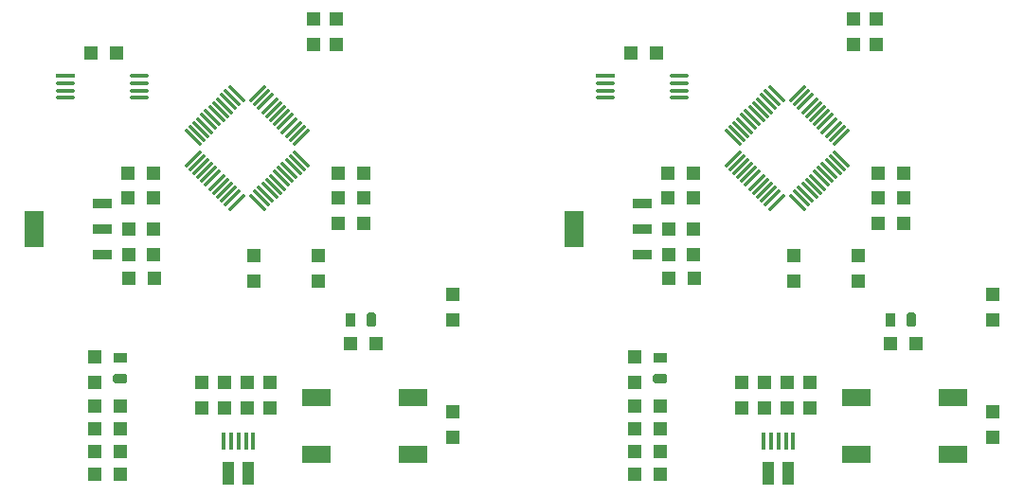
<source format=gtp>
G04*
G04 #@! TF.GenerationSoftware,Altium Limited,Altium Designer,19.0.4 (130)*
G04*
G04 Layer_Color=8421504*
%FSLAX24Y24*%
%MOIN*%
G70*
G01*
G75*
%ADD11R,0.0394X0.0787*%
%ADD12R,0.0138X0.0630*%
%ADD13R,0.0500X0.0500*%
%ADD14R,0.0500X0.0500*%
%ADD15R,0.0350X0.0500*%
G04:AMPARAMS|DCode=16|XSize=50mil|YSize=35mil|CornerRadius=0mil|HoleSize=0mil|Usage=FLASHONLY|Rotation=90.000|XOffset=0mil|YOffset=0mil|HoleType=Round|Shape=Octagon|*
%AMOCTAGOND16*
4,1,8,0.0088,0.0250,-0.0088,0.0250,-0.0175,0.0163,-0.0175,-0.0163,-0.0088,-0.0250,0.0088,-0.0250,0.0175,-0.0163,0.0175,0.0163,0.0088,0.0250,0.0*
%
%ADD16OCTAGOND16*%

%ADD17R,0.0984X0.0591*%
G04:AMPARAMS|DCode=18|XSize=11.8mil|YSize=82.7mil|CornerRadius=0mil|HoleSize=0mil|Usage=FLASHONLY|Rotation=135.000|XOffset=0mil|YOffset=0mil|HoleType=Round|Shape=Round|*
%AMOVALD18*
21,1,0.0709,0.0118,0.0000,0.0000,225.0*
1,1,0.0118,0.0251,0.0251*
1,1,0.0118,-0.0251,-0.0251*
%
%ADD18OVALD18*%

G04:AMPARAMS|DCode=19|XSize=11.8mil|YSize=82.7mil|CornerRadius=0mil|HoleSize=0mil|Usage=FLASHONLY|Rotation=225.000|XOffset=0mil|YOffset=0mil|HoleType=Round|Shape=Round|*
%AMOVALD19*
21,1,0.0709,0.0118,0.0000,0.0000,315.0*
1,1,0.0118,-0.0251,0.0251*
1,1,0.0118,0.0251,-0.0251*
%
%ADD19OVALD19*%

%ADD20O,0.0669X0.0157*%
%ADD21R,0.0669X0.0157*%
%ADD22R,0.0500X0.0350*%
G04:AMPARAMS|DCode=23|XSize=50mil|YSize=35mil|CornerRadius=0mil|HoleSize=0mil|Usage=FLASHONLY|Rotation=0.000|XOffset=0mil|YOffset=0mil|HoleType=Round|Shape=Octagon|*
%AMOCTAGOND23*
4,1,8,0.0250,-0.0088,0.0250,0.0088,0.0163,0.0175,-0.0163,0.0175,-0.0250,0.0088,-0.0250,-0.0088,-0.0163,-0.0175,0.0163,-0.0175,0.0250,-0.0088,0.0*
%
%ADD23OCTAGOND23*%

%ADD24R,0.0669X0.1260*%
%ADD25R,0.0669X0.0354*%
D11*
X32080Y14604D02*
D03*
X32780D02*
D03*
X51080D02*
D03*
X51780D02*
D03*
D12*
X32174Y15742D02*
D03*
X32430D02*
D03*
X31918D02*
D03*
X32942D02*
D03*
X32686D02*
D03*
X51174D02*
D03*
X51430D02*
D03*
X50918D02*
D03*
X51942D02*
D03*
X51686D02*
D03*
D13*
X39980Y20900D02*
D03*
X39980Y20000D02*
D03*
X33530Y17800D02*
D03*
X33530Y16900D02*
D03*
X32730Y17800D02*
D03*
X32730Y16900D02*
D03*
X31930Y17800D02*
D03*
X31930Y16900D02*
D03*
X31130Y16900D02*
D03*
X31130Y17800D02*
D03*
X29430Y22300D02*
D03*
X29430Y23200D02*
D03*
X28580Y23200D02*
D03*
X28580Y22300D02*
D03*
X27380Y18700D02*
D03*
X27380Y17800D02*
D03*
X39960Y16750D02*
D03*
X39960Y15850D02*
D03*
X35230Y21350D02*
D03*
X35230Y22250D02*
D03*
X32980Y21350D02*
D03*
X32980Y22250D02*
D03*
X35880Y29700D02*
D03*
X35880Y30600D02*
D03*
X35080D02*
D03*
X35080Y29700D02*
D03*
X58980Y20900D02*
D03*
X58980Y20000D02*
D03*
X52530Y17800D02*
D03*
X52530Y16900D02*
D03*
X51730Y17800D02*
D03*
X51730Y16900D02*
D03*
X50930Y17800D02*
D03*
X50930Y16900D02*
D03*
X50130Y16900D02*
D03*
X50130Y17800D02*
D03*
X48430Y22300D02*
D03*
X48430Y23200D02*
D03*
X47580Y23200D02*
D03*
X47580Y22300D02*
D03*
X46380Y18700D02*
D03*
X46380Y17800D02*
D03*
X58960Y16750D02*
D03*
X58960Y15850D02*
D03*
X54230Y21350D02*
D03*
X54230Y22250D02*
D03*
X51980Y21350D02*
D03*
X51980Y22250D02*
D03*
X54880Y29700D02*
D03*
X54880Y30600D02*
D03*
X54080D02*
D03*
X54080Y29700D02*
D03*
D14*
X37280Y19150D02*
D03*
X36380Y19150D02*
D03*
X35930Y24300D02*
D03*
X36830Y24300D02*
D03*
X35930Y25150D02*
D03*
X36830Y25150D02*
D03*
X35930Y23400D02*
D03*
X36830Y23400D02*
D03*
X29480Y21450D02*
D03*
X28580Y21450D02*
D03*
X28530Y25150D02*
D03*
X29430Y25150D02*
D03*
Y24300D02*
D03*
X28530Y24300D02*
D03*
X28130Y29400D02*
D03*
X27230Y29400D02*
D03*
X27380Y16950D02*
D03*
X28280Y16950D02*
D03*
X27380Y16150D02*
D03*
X28280Y16150D02*
D03*
X27380Y15350D02*
D03*
X28280Y15350D02*
D03*
X27380Y14550D02*
D03*
X28280Y14550D02*
D03*
X56280Y19150D02*
D03*
X55380Y19150D02*
D03*
X54930Y24300D02*
D03*
X55830Y24300D02*
D03*
X54930Y25150D02*
D03*
X55830Y25150D02*
D03*
X54930Y23400D02*
D03*
X55830Y23400D02*
D03*
X48480Y21450D02*
D03*
X47580Y21450D02*
D03*
X47530Y25150D02*
D03*
X48430Y25150D02*
D03*
Y24300D02*
D03*
X47530Y24300D02*
D03*
X47130Y29400D02*
D03*
X46230Y29400D02*
D03*
X46380Y16950D02*
D03*
X47280Y16950D02*
D03*
X46380Y16150D02*
D03*
X47280Y16150D02*
D03*
X46380Y15350D02*
D03*
X47280Y15350D02*
D03*
X46380Y14550D02*
D03*
X47280Y14550D02*
D03*
D15*
X36356Y20000D02*
D03*
X55356D02*
D03*
D16*
X37104D02*
D03*
X56104D02*
D03*
D17*
X35180Y17250D02*
D03*
X38580D02*
D03*
X35180Y15250D02*
D03*
X38580D02*
D03*
X54180Y17250D02*
D03*
X57580D02*
D03*
X54180Y15250D02*
D03*
X57580D02*
D03*
D18*
X32354Y24143D02*
D03*
X32215Y24282D02*
D03*
X32076Y24421D02*
D03*
X31937Y24561D02*
D03*
X31797Y24700D02*
D03*
X31658Y24839D02*
D03*
X31519Y24978D02*
D03*
X31380Y25117D02*
D03*
X31241Y25257D02*
D03*
X31101Y25396D02*
D03*
X30962Y25535D02*
D03*
X30823Y25674D02*
D03*
X33106Y27957D02*
D03*
X33245Y27818D02*
D03*
X33384Y27679D02*
D03*
X33523Y27539D02*
D03*
X33663Y27400D02*
D03*
X33802Y27261D02*
D03*
X33941Y27122D02*
D03*
X34080Y26983D02*
D03*
X34219Y26843D02*
D03*
X34359Y26704D02*
D03*
X34498Y26565D02*
D03*
X34637Y26426D02*
D03*
X51354Y24143D02*
D03*
X51215Y24282D02*
D03*
X51076Y24421D02*
D03*
X50937Y24561D02*
D03*
X50797Y24700D02*
D03*
X50658Y24839D02*
D03*
X50519Y24978D02*
D03*
X50380Y25117D02*
D03*
X50241Y25257D02*
D03*
X50101Y25396D02*
D03*
X49962Y25535D02*
D03*
X49823Y25674D02*
D03*
X52106Y27957D02*
D03*
X52245Y27818D02*
D03*
X52384Y27679D02*
D03*
X52523Y27539D02*
D03*
X52663Y27400D02*
D03*
X52802Y27261D02*
D03*
X52941Y27122D02*
D03*
X53080Y26983D02*
D03*
X53219Y26843D02*
D03*
X53359Y26704D02*
D03*
X53498Y26565D02*
D03*
X53637Y26426D02*
D03*
D19*
X30823D02*
D03*
X30962Y26565D02*
D03*
X31101Y26704D02*
D03*
X31241Y26843D02*
D03*
X31380Y26983D02*
D03*
X31519Y27122D02*
D03*
X31658Y27261D02*
D03*
X31797Y27400D02*
D03*
X31937Y27539D02*
D03*
X32076Y27679D02*
D03*
X32215Y27818D02*
D03*
X32354Y27957D02*
D03*
X34637Y25674D02*
D03*
X34498Y25535D02*
D03*
X34359Y25396D02*
D03*
X34219Y25257D02*
D03*
X34080Y25117D02*
D03*
X33941Y24978D02*
D03*
X33802Y24839D02*
D03*
X33663Y24700D02*
D03*
X33523Y24561D02*
D03*
X33384Y24421D02*
D03*
X33245Y24282D02*
D03*
X33106Y24143D02*
D03*
X49823Y26426D02*
D03*
X49962Y26565D02*
D03*
X50101Y26704D02*
D03*
X50241Y26843D02*
D03*
X50380Y26983D02*
D03*
X50519Y27122D02*
D03*
X50658Y27261D02*
D03*
X50797Y27400D02*
D03*
X50937Y27539D02*
D03*
X51076Y27679D02*
D03*
X51215Y27818D02*
D03*
X51354Y27957D02*
D03*
X53637Y25674D02*
D03*
X53498Y25535D02*
D03*
X53359Y25396D02*
D03*
X53219Y25257D02*
D03*
X53080Y25117D02*
D03*
X52941Y24978D02*
D03*
X52802Y24839D02*
D03*
X52663Y24700D02*
D03*
X52523Y24561D02*
D03*
X52384Y24421D02*
D03*
X52245Y24282D02*
D03*
X52106Y24143D02*
D03*
D20*
X28929Y28584D02*
D03*
Y28328D02*
D03*
Y28072D02*
D03*
Y27816D02*
D03*
X26331D02*
D03*
Y28072D02*
D03*
Y28328D02*
D03*
X47929Y28584D02*
D03*
Y28328D02*
D03*
Y28072D02*
D03*
Y27816D02*
D03*
X45331D02*
D03*
Y28072D02*
D03*
Y28328D02*
D03*
D21*
X26331Y28584D02*
D03*
X45331D02*
D03*
D22*
X28285Y18674D02*
D03*
X47285D02*
D03*
D23*
X28285Y17926D02*
D03*
X47285D02*
D03*
D24*
X25229Y23200D02*
D03*
X44229D02*
D03*
D25*
X27631Y24106D02*
D03*
Y23200D02*
D03*
Y22294D02*
D03*
X46631Y24106D02*
D03*
Y23200D02*
D03*
Y22294D02*
D03*
M02*

</source>
